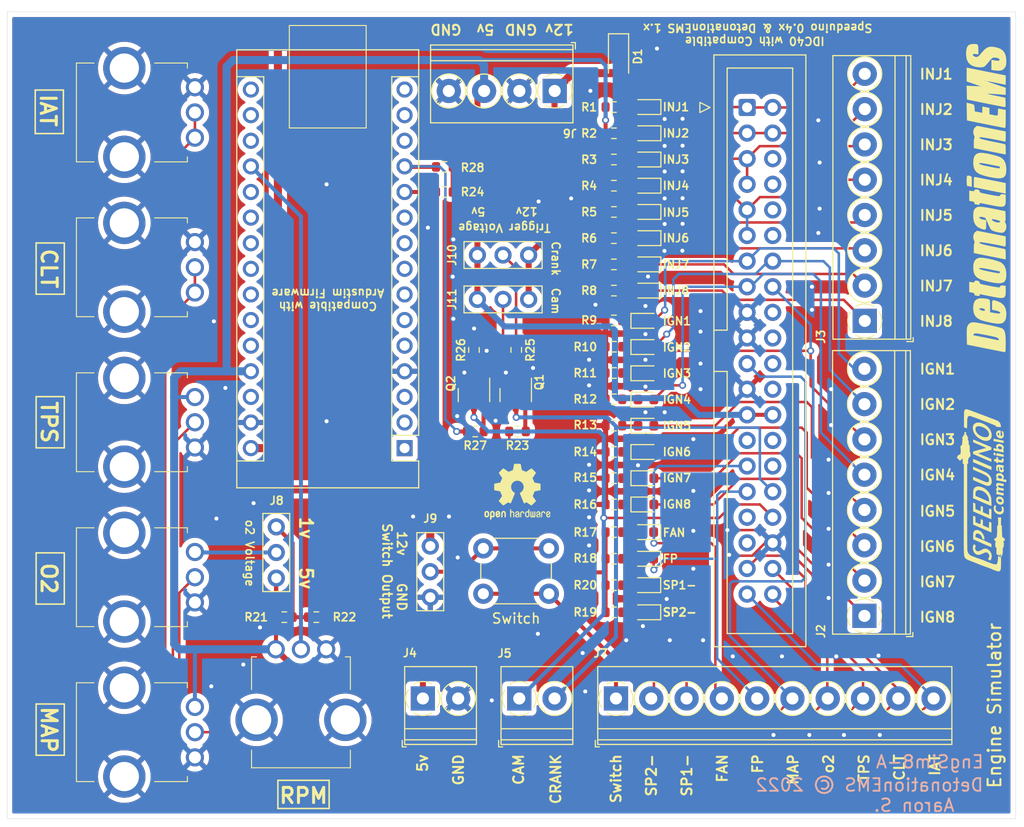
<source format=kicad_pcb>
(kicad_pcb (version 20211014) (generator pcbnew)
  (layers (0 "F.Cu" signal "Front") (31 "B.Cu" signal "Back") (34 "B.Paste" user) (35 "F.Paste" user) (36 "B.SilkS" user "B.Silkscreen") (37 "F.SilkS" user "F.Silkscreen") (38 "B.Mask" user) (39 "F.Mask" user) (44 "Edge.Cuts" user))
  (net 0 "")
  (net 1 "o2-Voltage")
  (net 2 "+5V")
  (net 3 "INJ1")
  (net 4 "IGN2")
  (net 5 "CAM")
  (net 6 "TPS")
  (net 7 "IAT")
  (net 8 "IGN4")
  (net 9 "INJ4")
  (net 10 "INJ3")
  (net 11 "INJ2")
  (net 12 "IGN3")
  (net 13 "CRANK")
  (net 14 "o2")
  (net 15 "CLT")
  (net 16 "MAP")
  (net 17 "IGN1")
  (net 18 "MC-A0")
  (net 19 "GND")
  (net 20 "Net-(LED1-Pad2)")
  (net 21 "Net-(LED2-Pad2)")
  (net 22 "Net-(LED3-Pad2)")
  (net 23 "Net-(LED4-Pad2)")
  (net 24 "Net-(LED5-Pad2)")
  (net 25 "Net-(LED6-Pad2)")
  (net 26 "Net-(LED7-Pad2)")
  (net 27 "Net-(LED8-Pad2)")
  (net 28 "Net-(LED9-Pad1)")
  (net 29 "Net-(LED10-Pad1)")
  (net 50 "MC-D0")
  (net 53 "FLEX")
  (net 54 "FAN")
  (net 55 "FP")
  (net 56 "TACH")
  (net 57 "CLUTCH")
  (net 58 "VVT")
  (net 59 "IDLE")
  (net 60 "IDLE2")
  (net 61 "BOOST")
  (net 62 "1B")
  (net 63 "1A")
  (net 64 "2A")
  (net 65 "2B")
  (net 66 "VR1-")
  (net 67 "VR2-")
  (net 68 "INJ8")
  (net 69 "INJ7")
  (net 70 "CAM-OUT")
  (net 71 "CRANK-OUT")
  (net 72 "SP1-")
  (net 73 "SP2-")
  (net 74 "Net-(Q1-Pad1)")
  (net 75 "Net-(Q2-Pad1)")
  (net 76 "INJ6")
  (net 77 "INJ5")
  (net 78 "IGN8")
  (net 79 "IGN7")
  (net 80 "IGN6")
  (net 81 "IGN5")
  (net 82 "Net-(LED11-Pad1)")
  (net 83 "+12V")
  (net 84 "Net-(J8-Pad3)")
  (net 85 "Net-(LED12-Pad1)")
  (net 86 "Net-(LED13-Pad1)")
  (net 87 "Net-(LED14-Pad1)")
  (net 88 "Net-(LED15-Pad1)")
  (net 89 "Net-(LED16-Pad1)")
  (net 90 "Net-(LED17-Pad2)")
  (net 91 "Net-(LED18-Pad2)")
  (net 92 "Net-(LED19-Pad2)")
  (net 93 "Net-(LED20-Pad2)")
  (net 94 "+BATT")
  (net 95 "SWITCH")
  (net 96 "SWITCH-Select")
  (net 97 "Net-(J10-Pad2)")
  (net 98 "Net-(J11-Pad2)")
  (footprint "Resistor_SMD:R_0603_1608Metric" (layer "F.Cu") (at 112.395 125.857)
    (fp_text reference "R21")
    (fp_text value "470" hide)
  )
  (footprint "Resistor_SMD:R_0603_1608Metric" (layer "F.Cu") (at 115.57 125.857)
    (fp_text reference "R22")
    (fp_text value "100" hide)
  )
  (footprint "MyLibs:RV09AF4020KB10K" (layer "F.Cu") (at 103.5304 139.8016 90)
    (fp_text reference "POT1" hide)
    (fp_text value "IAT" hide)
  )
  (footprint "MyLibs:RV09AF4020KB10K" (layer "F.Cu") (at 103.5304 124.4346 90)
    (fp_text reference "POT2" hide)
    (fp_text value "CLT" hide)
  )
  (footprint "MyLibs:RV09AF4020KB10K" (layer "F.Cu") (at 103.5304 93.7006 90)
    (fp_text reference "POT4" hide)
    (fp_text value "TPS" hide)
  )
  (footprint "MyLibs:RV09AF4020KB10K" (layer "F.Cu") (at 103.5304 109.0676 90)
    (fp_text reference "POT3" hide)
    (fp_text value "MAP/SP1" hide)
  )
  (footprint "MyLibs:RV09AF4020KB10K" (layer "F.Cu") (at 103.5304 78.3444 90)
    (fp_text reference "POT5" hide)
    (fp_text value "o2" hide)
  )
  (footprint "MyLibs:RV09AF4020KB10K" (layer "F.Cu") (at 116.586 129.0424 180)
    (fp_text reference "POT6" hide)
    (fp_text value "RPM" hide)
  )
  (footprint "LED_SMD:LED_0603_1608Metric" (layer "F.Cu") (at 148.256667 75.27 180)
    (fp_text reference "LED1" hide)
    (fp_text value "INJ1")
  )
  (footprint "LED_SMD:LED_0603_1608Metric" (layer "F.Cu") (at 148.256667 77.870285 180)
    (fp_text reference "LED2" hide)
    (fp_text value "INJ2")
  )
  (footprint "LED_SMD:LED_0603_1608Metric" (layer "F.Cu") (at 148.256667 80.47057 180)
    (fp_text reference "LED3" hide)
    (fp_text value "INJ3")
  )
  (footprint "LED_SMD:LED_0603_1608Metric" (layer "F.Cu") (at 148.256667 83.070855 180)
    (fp_text reference "LED4" hide)
    (fp_text value "INJ4")
  )
  (footprint "LED_SMD:LED_0603_1608Metric" (layer "F.Cu") (at 148.256667 96.4692)
    (fp_text reference "LED9" hide)
    (fp_text value "IGN1")
  )
  (footprint "LED_SMD:LED_0603_1608Metric" (layer "F.Cu") (at 148.256667 99.070885)
    (fp_text reference "LED10" hide)
    (fp_text value "IGN2")
  )
  (footprint "LED_SMD:LED_0603_1608Metric" (layer "F.Cu") (at 148.256667 101.67257)
    (fp_text reference "LED11" hide)
    (fp_text value "IGN3")
  )
  (footprint "LED_SMD:LED_0603_1608Metric" (layer "F.Cu") (at 148.256667 104.274255)
    (fp_text reference "LED12" hide)
    (fp_text value "IGN4")
  )
  (footprint "LED_SMD:LED_0603_1608Metric" (layer "F.Cu") (at 148.2345 117.4242 180)
    (fp_text reference "LED17" hide)
    (fp_text value "FAN")
  )
  (footprint "LED_SMD:LED_0603_1608Metric" (layer "F.Cu") (at 148.2345 120.0658 180)
    (fp_text reference "LED18" hide)
    (fp_text value "FP")
  )
  (footprint "Resistor_SMD:R_0603_1608Metric" (layer "F.Cu") (at 145.081667 75.27)
    (fp_text reference "R1")
    (fp_text value "470" hide)
  )
  (footprint "Resistor_SMD:R_0603_1608Metric" (layer "F.Cu") (at 145.081667 77.870285)
    (fp_text reference "R2")
    (fp_text value "470" hide)
  )
  (footprint "Resistor_SMD:R_0603_1608Metric" (layer "F.Cu") (at 145.081667 80.47057)
    (fp_text reference "R3")
    (fp_text value "470" hide)
  )
  (footprint "Resistor_SMD:R_0603_1608Metric" (layer "F.Cu") (at 145.081667 83.070855)
    (fp_text reference "R4")
    (fp_text value "470" hide)
  )
  (footprint "Resistor_SMD:R_0603_1608Metric" (layer "F.Cu") (at 145.081667 96.4292)
    (fp_text reference "R9")
    (fp_text value "470" hide)
  )
  (footprint "Resistor_SMD:R_0603_1608Metric" (layer "F.Cu") (at 145.081667 99.0366)
    (fp_text reference "R10")
    (fp_text value "470" hide)
  )
  (footprint "Resistor_SMD:R_0603_1608Metric" (layer "F.Cu") (at 145.081667 101.644)
    (fp_text reference "R11")
    (fp_text value "470" hide)
  )
  (footprint "Resistor_SMD:R_0603_1608Metric" (layer "F.Cu") (at 145.081667 104.2514)
    (fp_text reference "R12")
    (fp_text value "470" hide)
  )
  (footprint "Resistor_SMD:R_0603_1608Metric" (layer "F.Cu") (at 145.081667 117.4242)
    (fp_text reference "R17")
    (fp_text value "470" hide)
  )
  (footprint "Resistor_SMD:R_0603_1608Metric" (layer "F.Cu") (at 145.081667 120.0658)
    (fp_text reference "R18")
    (fp_text value "470" hide)
  )
  (footprint "Module:Arduino_Nano" (layer "F.Cu") (at 124.323 109.093 180)
    (fp_text reference "A1" hide)
    (fp_text value "Arduino_Nano_v3.x" hide)
  )
  (footprint "Connector_Automotive:IDC-Header_2x20_P2.54mm_Vertical_Speeduino" (layer "F.Cu") (at 158.289667 75.311)
    (fp_text reference "J1" hide)
    (fp_text value "Conn_02x20_Counter_Clockwise" hide)
  )
  (footprint "Detonation:3-PinSwitch" (layer "F.Cu") (at 111.60125 121.983501 180)
    (fp_text reference "J8")
    (fp_text value "Conn_01x03" hide)
  )
  (footprint "Detonation-Logos:DetonationEMS-30mm" (layer "F.Cu") (at 182.000071 84.328 90)
    (fp_text reference "G1" hide)
    (fp_text value "Logo_Open_Hardware_Small" hide)
  )
  (footprint "Detonation-Logos:SpeeduinoCompatible-17mm" (layer "F.Cu") (at 181.483 113.284 90)
    (fp_text reference "G2" hide)
    (fp_text value "Logo_Open_Hardware_Small" hide)
  )
  (footprint "Symbol:OSHW-Logo2_7.3x6mm_SilkScreen" (layer "F.Cu") (at 135.509 113.411)
    (fp_text reference "G3" hide)
    (fp_text value "Logo_Open_Hardware_Small" hide)
  )
  (footprint "Resistor_SMD:R_0603_1608Metric" (layer "F.Cu") (at 145.081667 90.87171)
    (fp_text reference "R7")
    (fp_text value "470")
  )
  (footprint "Button_Switch_THT:SW_PUSH_6mm_H9.5mm" (layer "F.Cu") (at 138.632 123.535 180)
    (fp_text reference "SW1" hide)
    (fp_text value "Switch")
  )
  (footprint "LED_SMD:LED_0603_1608Metric" (layer "F.Cu") (at 148.2345 125.3744 180)
    (fp_text reference "LED19" hide)
    (fp_text value "SP2-")
  )
  (footprint "Resistor_SMD:R_0603_1608Metric" (layer "F.Cu") (at 145.081667 85.67114)
    (fp_text reference "R5")
    (fp_text value "470")
  )
  (footprint "TerminalBlock_Phoenix:TerminalBlock_Phoenix_PT-1,5-4-3.5-H_1x04_P3.50mm_Horizontal" (layer "F.Cu") (at 139.2096 73.6742 180)
    (fp_text reference "J6")
    (fp_text value "Conn_01x04" hide)
  )
  (footprint "Resistor_SMD:R_0603_1608Metric" (layer "F.Cu") (at 145.081667 112.0736)
    (fp_text reference "R15")
    (fp_text value "470")
  )
  (footprint "Resistor_SMD:R_0603_1608Metric" (layer "F.Cu") (at 145.081667 106.8588)
    (fp_text reference "R13")
    (fp_text value "470")
  )
  (footprint "LED_SMD:LED_0603_1608Metric" (layer "F.Cu") (at 148.256667 85.67114 180)
    (fp_text reference "LED5" hide)
    (fp_text value "INJ5")
  )
  (footprint "Resistor_SMD:R_0603_1608Metric" (layer "F.Cu") (at 135.3952 99.3526 -90)
    (fp_text reference "R25")
    (fp_text value "10k" hide)
  )
  (footprint "Detonation:3-PinSwitch" (layer "F.Cu") (at 136.6266 89.9443 -90)
    (fp_text reference "J10")
    (fp_text value "Crank Trigger Voltage" hide)
  )
  (footprint "LED_SMD:LED_0603_1608Metric" (layer "F.Cu") (at 148.2345 122.682 180)
    (fp_text reference "LED20" hide)
    (fp_text value "SP1-")
  )
  (footprint "Diode_SMD:D_SOD-123" (layer "F.Cu") (at 145.542 70.2564 -90)
    (fp_text reference "D1")
    (fp_text value "SS34")
  )
  (footprint "Resistor_SMD:R_0603_1608Metric" (layer "F.Cu") (at 145.081667 109.4662)
    (fp_text reference "R14")
    (fp_text value "470")
  )
  (footprint "LED_SMD:LED_0603_1608Metric" (layer "F.Cu") (at 148.256667 106.87594)
    (fp_text reference "LED13" hide)
    (fp_text value "IGN5")
  )
  (footprint "LED_SMD:LED_0603_1608Metric" (layer "F.Cu") (at 148.256667 114.681)
    (fp_text reference "LED16" hide)
    (fp_text value locked "IGN8")
  )
  (footprint "TerminalBlock_Phoenix:TerminalBlock_Phoenix_PT-1,5-8-3.5-H_1x08_P3.50mm_Horizontal" (layer "F.Cu") (at 169.926 125.73 90)
    (fp_text reference "J2")
    (fp_text value "Conn_01x08")
  )
  (footprint "LED_SMD:LED_0603_1608Metric" (layer "F.Cu") (at 148.256667 88.271425 180)
    (fp_text reference "LED6" hide)
    (fp_text value "INJ6")
  )
  (footprint "Resistor_SMD:R_0603_1608Metric" (layer "F.Cu") (at 145.081667 88.271425)
    (fp_text reference "R6")
    (fp_text value "470")
  )
  (footprint "Resistor_SMD:R_0603_1608Metric" (layer "F.Cu") (at 145.081667 114.681)
    (fp_text reference locked "R16")
    (fp_text value "470")
  )
  (footprint "LED_SMD:LED_0603_1608Metric" (layer "F.Cu") (at 148.256667 90.87171 180)
    (fp_text reference "LED7" hide)
    (fp_text value "INJ7")
  )
  (footprint "LED_SMD:LED_0603_1608Metric" (layer "F.Cu") (at 148.256667 109.477625)
    (fp_text reference "LED14" hide)
    (fp_text value "IGN6")
  )
  (footprint "Resistor_SMD:R_0603_1608Metric" (layer "F.Cu") (at 135.5222 107.442 180)
    (fp_text reference "R23")
    (fp_text value "470" hide)
  )
  (footprint "Resistor_SMD:R_0603_1608Metric" (layer "F.Cu") (at 131.2042 99.3526 -90)
    (fp_text reference "R26")
    (fp_text value "10k" hide)
  )
  (footprint "Resistor_SMD:R_0603_1608Metric" (layer "F.Cu") (at 145.081667 125.3744)
    (fp_text reference "R19")
    (fp_text value "470")
  )
  (footprint "Resistor_SMD:R_0603_1608Metric" (layer "F.Cu") (at 128.27 83.693 180)
    (fp_text reference "R24")
    (fp_text value "10k" hide)
  )
  (footprint "TerminalBlock_Phoenix:TerminalBlock_Phoenix_PT-1,5-8-3.5-H_1x08_P3.50mm_Horizontal" (layer "F.Cu") (at 169.959467 96.4764 90)
    (fp_text reference "J3")
    (fp_text value "Conn_01x08" hide)
  )
  (footprint "Detonation:3-PinSwitch" (layer "F.Cu") (at 136.6266 94.34485 -90)
    (fp_text reference "J11")
    (fp_text value "Cam Trigger Voltage" hide)
  )
  (footprint "LED_SMD:LED_0603_1608Metric" (layer "F.Cu") (at 148.256667 93.472 180)
    (fp_text reference "LED8" hide)
    (fp_text value "INJ8")
  )
  (footprint "TerminalBlock_Phoenix:TerminalBlock_Phoenix_PT-1,5-2-3.5-H_1x02_P3.50mm_Horizontal" (layer "F.Cu") (at 135.6972 133.92)
    (fp_text reference "J5")
    (fp_text value "Conn_01x04")
  )
  (footprint "Resistor_SMD:R_0603_1608Metric" (layer "F.Cu") (at 145.081667 93.472)
    (fp_text reference "R8")
    (fp_text value "470")
  )
  (footprint "LED_SMD:LED_0603_1608Metric" (layer "F.Cu") (at 148.256667 112.07931)
    (fp_text reference "LED15" hide)
    (fp_text value "IGN7")
  )
  (footprint "Resistor_SMD:R_0603_1608Metric" (layer "F.Cu") (at 145.081667 122.682)
    (fp_text reference "R20")
    (fp_text value "470")
  )
  (footprint "Package_TO_SOT_SMD:SOT-23" (layer "F.Cu") (at 131.2042 103.83355 -90)
    (fp_text reference "Q2")
    (fp_text value "AO3400A" hide)
  )
  (footprint "Resistor_SMD:R_0603_1608Metric" (layer "F.Cu") (at 131.3312 107.442 180)
    (fp_text reference "R27")
    (fp_text value "470" hide)
  )
  (footprint "Detonation:3-PinSwitch" (layer "F.Cu") (at 126.873 118.8085)
    (fp_text reference "J9")
    (fp_text value "Conn_01x03")
  )
  (footprint "Resistor_SMD:R_0603_1608Metric" (layer "F.Cu") (at 128.27 81.2038 180)
    (fp_text reference "R28")
    (fp_text value "10k" hide)
  )
  (footprint "TerminalBlock_Phoenix:TerminalBlock_Phoenix_PT-1,5-10-3.5-H_1x10_P3.50mm_Horizontal" (layer "F.Cu") (at 145.288 133.92)
    (fp_text reference "J7")
    (fp_text value "Conn_01x10")
  )
  (footprint "TerminalBlock_Phoenix:TerminalBlock_Phoenix_PT-1,5-2-3.5-H_1x02_P3.50mm_Horizontal" (layer "F.Cu") (at 126.139 133.92)
    (fp_text reference "J4")
    (fp_text value "Conn_01x04")
  )
  (footprint "Package_TO_SOT_SMD:SOT-23" (layer "F.Cu") (at 135.3444 103.83355 -90)
    (fp_text reference "Q1")
    (fp_text value "AO3400A" hide)
  )
  (gr_line (start 90.485233 73.5819) (end 90.485233 74.0899) (layer "F.SilkS") (width 0.1524))
  (gr_line (start 90.5764 134.9756) (end 90.5764 138.7856) (layer "F.SilkS") (width 0.1524))
  (gr_line (start 90.5764 139.5476) (end 87.7824 139.5476) (layer "F.SilkS") (width 0.1524))
  (gr_line (start 87.7824 134.4676) (end 90.5764 134.4676) (layer "F.SilkS") (width 0.1524))
  (gr_line (start 87.7824 138.7856) (end 87.7824 134.4676) (layer "F.SilkS") (width 0.1524))
  (gr_line (start 90.5764 134.4676) (end 90.5764 134.9756) (layer "F.SilkS") (width 0.1524))
  (gr_line (start 87.7824 139.5476) (end 87.7824 138.7856) (layer "F.SilkS") (width 0.1524))
  (gr_line (start 90.5764 139.5476) (end 90.5764 138.7856) (layer "F.SilkS") (width 0.1524))
  (gr_line (start 90.5764 89.2556) (end 90.5764 93.0656) (layer "F.SilkS") (width 0.1524))
  (gr_line (start 90.5764 88.7476) (end 90.5764 89.2556) (layer "F.SilkS") (width 0.1524))
  (gr_line (start 90.5764 93.8276) (end 90.5764 93.0656) (layer "F.SilkS") (width 0.1524))
  (gr_line (start 90.5764 93.8276) (end 87.7824 93.8276) (layer "F.SilkS") (width 0.1524))
  (gr_line (start 87.7824 93.8276) (end 87.7824 88.7476) (layer "F.SilkS") (width 0.1524))
  (gr_line (start 87.7824 88.7476) (end 90.5764 88.7476) (layer "F.SilkS") (width 0.1524))
  (gr_line (start 112.268 142.0368) (end 116.078 142.0368) (layer "F.SilkS") (width 0.1524))
  (gr_line (start 111.76 142.0368) (end 112.268 142.0368) (layer "F.SilkS") (width 0.1524))
  (gr_line (start 116.84 144.8308) (end 116.078 144.8308) (layer "F.SilkS") (width 0.1524))
  (gr_line (start 116.84 142.0368) (end 116.078 142.0368) (layer "F.SilkS") (width 0.1524))
  (gr_line (start 116.078 144.8308) (end 111.76 144.8308) (layer "F.SilkS") (width 0.1524))
  (gr_line (start 111.76 144.8308) (end 111.76 142.0368) (layer "F.SilkS") (width 0.1524))
  (gr_line (start 90.5764 104.4956) (end 90.5764 108.3056) (layer "F.SilkS") (width 0.1524))
  (gr_line (start 90.5764 124.5616) (end 87.7824 124.5616) (layer "F.SilkS") (width 0.1524))
  (gr_line (start 90.485233 74.0899) (end 90.485233 77.8999) (layer "F.SilkS") (width 0.1524))
  (gr_line (start 90.5764 119.4816) (end 90.5764 119.9896) (layer "F.SilkS") (width 0.1524))
  (gr_line (start 87.7824 124.5616) (end 87.7824 119.4816) (layer "F.SilkS") (width 0.1524))
  (gr_line (start 116.84 142.0368) (end 116.84 144.8308) (layer "F.SilkS") (width 0.1524))
  (gr_line (start 87.7824 119.4816) (end 90.5764 119.4816) (layer "F.SilkS") (width 0.1524))
  (gr_line (start 87.7824 103.9876) (end 90.5764 103.9876) (layer "F.SilkS") (width 0.1524))
  (gr_line (start 87.7824 109.0676) (end 87.7824 103.9876) (layer "F.SilkS") (width 0.1524))
  (gr_line (start 87.691233 77.8999) (end 87.691233 73.5819) (layer "F.SilkS") (width 0.1524))
  (gr_line (start 90.5764 109.0676) (end 90.5764 108.3056) (layer "F.SilkS") (width 0.1524))
  (gr_line (start 90.5764 109.0676) (end 87.7824 109.0676) (layer "F.SilkS") (width 0.1524))
  (gr_line (start 87.691233 73.5819) (end 90.485233 73.5819) (layer "F.SilkS") (width 0.1524))
  (gr_line (start 90.5764 124.5616) (end 90.5764 123.7996) (layer "F.SilkS") (width 0.1524))
  (gr_line (start 90.5764 119.9896) (end 90.5764 123.7996) (layer "F.SilkS") (width 0.1524))
  (gr_line (start 90.5764 103.9876) (end 90.5764 104.4956) (layer "F.SilkS") (width 0.1524))
  (gr_line (start 90.485233 77.8999) (end 87.691233 77.8999) (layer "F.SilkS") (width 0.1524))
  (gr_line (start 184.912 145.835) (end 184.912 65.835) (layer "Edge.Cuts") (width 0.0381))
  (gr_line (start 184.912 65.835) (end 84.9122 65.835) (layer "Edge.Cuts") (width 0.0381))
  (gr_line (start 84.9122 65.835) (end 84.9122 145.835) (layer "Edge.Cuts") (width 0.0381))
  (gr_line (start 84.9122 145.835) (end 184.912 145.835) (layer "Edge.Cuts") (width 0.0381))
  (gr_text "DetonationEMS © 2022 \n   Aaron S." (at 181.820381 143.51) (layer "B.SilkS") (effects (font (size 1.25 1.25) (thickness 0.18)) (justify left mirror)))
  (gr_text "EngSim8-A" (at 176.403 140.208) (layer "B.SilkS") (effects (font (size 1.25 1.25) (thickness 0.18)) (justify mirror)))
  (gr_text "IGN1" (at 177.165 101.255284) (layer "F.SilkS") (effects (font (size 1 1) (thickness 0.2))))
  (gr_text "INJ4" (at 177.045952 82.513713) (layer "F.SilkS") (effects (font (size 1 1) (thickness 0.2))))
  (gr_text "IGN4" (at 177.165 111.76) (layer "F.SilkS") (effects (font (size 1 1) (thickness 0.2))))
  (gr_text "CRANK" (at 139.319 141.922381 90) (layer "F.SilkS") (effects (font (size 1 1) (thickness 0.2))))
  (gr_text "CLT" (at 173.397328 140.755715 90) (layer "F.SilkS") (effects (font (size 1 1) (thickness 0.2))))
  (gr_text "FP" (at 159.342664 140.398572 90) (layer "F.SilkS") (effects (font (size 1 1) (thickness 0.2))))
  (gr_text "5v  GND " (at 129.667 67.564 180) (layer "F.SilkS") (effects (font (size 1 1) (thickness 0.2))))
  (gr_text "O2" (at 89.0524 122.0216 270) (layer "F.SilkS") (effects (font (size 1.5 1.5) (thickness 0.3))))
  (gr_text "RPM" (at 114.3 143.5608) (layer "F.SilkS") (effects (font (size 1.5 1.5) (thickness 0.3))))
  (gr_text "o2" (at 166.369996 140.398572 90) (layer "F.SilkS") (effects (font (size 1 1) (thickness 0.2))))
  (gr_text "MAP" (at 162.85633 140.97 90) (layer "F.SilkS") (effects (font (size 1 1) (thickness 0.2))))
  (gr_text "SP2-" (at 148.801666 141.541429 90) (layer "F.SilkS") (effects (font (size 1 1) (thickness 0.2))))
  (gr_text "INJ1" (at 177.045952 72.009) (layer "F.SilkS") (effects (font (size 1 1) (thickness 0.2))))
  (gr_text "IGN7" (at 177.165 122.355426) (layer "F.SilkS") (effects (font (size 1 1) (thickness 0.2))))
  (gr_text "12v     5v" (at 134.2136 85.6263 180) (layer "F.SilkS") (effects (font (size 0.8 0.8) (thickness 0.16))))
  (gr_text "IGN5" (at 177.165 115.352284) (layer "F.SilkS") (effects (font (size 1 1) (thickness 0.2))))
  (gr_text "TPS" (at 169.883662 140.827143 90) (layer "F.SilkS") (effects (font (size 1 1) (thickness 0.2))))
  (gr_text "INJ2" (at 177.045952 75.510571) (layer "F.SilkS") (effects (font (size 1 1) (thickness 0.2))))
  (gr_text "SP1-" (at 152.315332 141.541429 90) (layer "F.SilkS") (effects (font (size 1 1) (thickness 0.2))))
  (gr_text "12v GND" (at 137.668 67.564 180) (layer "F.SilkS") (effects (font (size 1 1.05) (thickness 0.2))))
  (gr_text "Switch" (at 145.288 141.874762 90) (layer "F.SilkS") (effects (font (size 1 1) (thickness 0.2))))
  (gr_text "INJ5" (at 177.045952 86.015287) (layer "F.SilkS") (effects (font (size 1 1) (thickness 0.2))))
  (gr_text "TPS" (at 89.0524 106.5276 270) (layer "F.SilkS") (effects (font (size 1.5 1.5) (thickness 0.3))))
  (gr_text "IGN3" (at 177.165 108.258426) (layer "F.SilkS") (effects (font (size 1 1) (thickness 0.2))))
  (gr_text "IDC40 with Compatible\nSpeeduino 0.4x & DetonationEMS 1.x " (at 159.042167 68.072 180) (layer "F.SilkS") (effects (font (size 0.8 0.8) (thickness 0.16))))
  (gr_text "CAM" (at 135.636 140.97 90) (layer "F.SilkS") (effects (font (size 1 1) (thickness 0.2))))
  (gr_text "5v" (at 126.111 140.327143 90) (layer "F.SilkS") (effects (font (size 1 1) (thickness 0.2))))
  (gr_text "GND" (at 129.667 140.99381 90) (layer "F.SilkS") (effects (font (size 1 1) (thickness 0.2))))
  (gr_text "IAT" (at 176.911 140.517619 90) (layer "F.SilkS") (effects (font (size 1 1) (thickness 0.2))))
  (gr_text "1v   5v" (at 114.554 119.507 270) (layer "F.SilkS") (effects (font (size 1.25 1.25) (thickness 0.25))))
  (gr_text "CLT" (at 89.0524 91.2876 270) (layer "F.SilkS") (effects (font (size 1.5 1.5) (thickness 0.3))))
  (gr_text "Trigger Voltage" (at 134.2136 87.249 180) (layer "F.SilkS") (effects (font (size 0.8 0.8) (thickness 0.16))))
  (gr_text "INJ8" (at 177.045952 96.52) (layer "F.SilkS") (effects (font (size 1 1) (thickness 0.2))))
  (gr_text "Engine Simulator" (at 182.830885 134.62 90) (layer "F.SilkS") (effects (font (size 1.27 1.27) (thickness 0.2))))
  (gr_text "o2 Voltage" (at 108.966 119.507 270) (layer "F.SilkS") (effects (font (size 0.8128 0.8128) (thickness 0.1524))))
  (gr_text "IGN2" (at 177.165 104.756855) (layer "F.SilkS") (effects (font (size 1 1) (thickness 0.2))))
  (gr_text "Compatible with\nArdustim Firmware" (at 116.713 94.361 180) (layer "F.SilkS") (effects (font (size 0.8 0.8) (thickness 0.16))))
  (gr_text "IAT" (at 88.961233 75.6139 270) (layer "F.SilkS") (effects (font (size 1.5 1.5) (thickness 0.3))))
  (gr_text "INJ3" (at 177.045952 79.012142) (layer "F.SilkS") (effects (font (size 1 1) (thickness 0.2))))
  (gr_text "IGN8" (at 177.165 125.857) (layer "F.SilkS") (effects (font (size 1 1) (thickness 0.2))))
  (gr_text "INJ6" (at 177.045952 89.516858) (layer "F.SilkS") (effects (font (size 1 1) (thickness 0.2))))
  (gr_text "12v    GND\nSwitch Output" (at 123.317 121.285 270) (layer "F.SilkS") (effects (font (size 0.9 0.9) (thickness 0.18))))
  (gr_text "MAP" (at 89.0524 137.0076 270) (layer "F.SilkS") (effects (font (size 1.5 1.5) (thickness 0.3))))
  (gr_text "INJ7" (at 177.045952 93.018429) (layer "F.SilkS") (effects (font (size 1 1) (thickness 0.2))))
  (gr_text "FAN" (at 155.828998 140.850953 90) (layer "F.SilkS") (effects (font (size 1 1) (thickness 0.2))))
  (gr_text "Crank  Cam" (at 139.319 92.202 270) (layer "F.SilkS") (effects (font (size 0.8 0.8) (thickness 0.16))))
  (gr_text "IGN6" (at 177.165 118.853855) (layer "F.SilkS") (effects (font (size 1 1) (thickness 0.2))))
  (segment (start 111.60125 119.443501) (end 103.579301 119.443501) (width 0.4) (layer "B.Cu") (net 1))
  (segment (start 131.445 121.412) (end 129.667 123.19) (width 0.4) (layer "F.Cu") (net 2))
  (segment (start 144.256667 120.0658) (end 144.256667 117.4242) (width 0.4) (layer "F.Cu") (net 2))
  (segment (start 111.57 123.254) (end 111.60125 123.22275) (width 0.4) (layer "F.Cu") (net 2))
  (segment (start 144.256667 76.570933) (end 144.256667 77.866) (width 0.4) (layer "F.Cu") (net 2))
  (segment (start 144.256667 83.058) (end 144.256667 85.67114) (width 0.4) (layer "F.Cu") (net 2))
  (segment (start 125.349 130.81) (end 113.3136 130.81) (width 0.6) (layer "F.Cu") (net 2))
  (segment (start 131.5466 89.9443) (end 131.5466 94.34485) (width 0.6) (layer "F.Cu") (net 2))
  (segment (start 125.349 130.81) (end 126.139 131.6) (width 0.6) (layer "F.Cu") (net 2))
  (segment (start 144.256667 77.866) (end 144.256667 80.462) (width 0.4) (layer "F.Cu") (net 2))
  (segment (start 129.095 81.2038) (end 129.095 83.693) (width 0.4) (layer "F.Cu") (net 2))
  (segment (start 144.256667 83.058) (end 144.256667 80.462) (width 0.4) (layer "F.Cu") (net 2))
  (segment (start 144.256667 121.300333) (end 144.256667 120.0658) (width 0.4) (layer "F.Cu") (net 2))
  (segment (start 126.139 131.5085) (end 126.139 131.6) (width 0.4) (layer "F.Cu") (net 2))
  (segment (start 129.667 123.19) (end 129.667 127.9805) (width 0.4) (layer "F.Cu") (net 2))
  (segment (start 131.5466 89.9443) (end 131.5466 81.153) (width 0.6) (layer "F.Cu") (net 2))
  (segment (start 144.145 121.412) (end 131.445 121.412) (width 0.4) (layer "F.Cu") (net 2))
  (segment (start 131.5466 81.153) (end 129.1458 81.153) (width 0.6) (layer "F.Cu") (net 2))
  (segment (start 144.256667 90.87171) (end 144.256667 93.472) (width 0.4) (layer "F.Cu") (net 2))
  (segment (start 144.256667 88.271425) (end 144.256667 90.87171) (width 0.4) (layer "F.Cu") (net 2))
  (segment (start 111.60125 123.22275) (end 111.60125 121.983501) (width 0.4) (layer "F.Cu") (net 2))
  (segment (start 111.57 123.254) (end 111.57 122.649751) (width 0.4) (layer "F.Cu") (net 2))
  (segment (start 158.289667 105.791) (end 160.829667 105.791) (width 0.4) (layer "F.Cu") (net 2))
  (segment (start 144.256667 122.682) (end 144.256667 121.300333) (width 0.4) (layer "F.Cu") (net 2))
  (segment (start 144.256667 125.3744) (end 144.256667 122.682) (width 0.4) (layer "F.Cu") (net 2))
  (segment (start 144.256667 85.67114) (end 144.256667 88.271425) (width 0.4) (layer "F.Cu") (net 2))
  (segment (start 131.5466 81.153) (end 131.5466 74.3372) (width 0.6) (layer "F.Cu") (net 2))
  (segment (start 111.57 125.857) (end 111.57 123.254) (width 0.4) (layer "F.Cu") (net 2))
  (segment (start 113.3136 130.81) (end 111.546 129.0424) (width 0.6) (layer "F.Cu") (net 2))
  (segment (start 129.667 127.9805) (end 126.139 131.5085) (width 0.4) (layer "F.Cu") (net 2))
  (segment (start 144.256667 121.300333) (end 144.145 121.412) (width 0.4) (layer "F.Cu") (net 2))
  (segment (start 144.256667 75.27) (end 144.256667 76.570933) (width 0.4) (layer "F.Cu") (net 2))
  (segment (start 131.5466 74.3372) (end 132.2096 73.6742) (width 0.6) (layer "F.Cu") (net 2))
  (segment (start 126.139 133.92) (end 126.139 131.6) (width 0.6) (layer "F.Cu") (net 2))
  (segment (start 111.57 125.857) (end 111.57 129.0184) (width 0.4) (layer "F.Cu") (net 2))
  (via (at 144.256667 76.570933) (size 0.7) (drill 0.4) (layers "F.Cu" "B.Cu") (net 2))
  (segment (start 101.473 102.108) (end 101.473 104.013) (width 0.8) (layer "B.Cu") (net 2))
  (segment (start 101.9914 129.0424) (end 111.546 129.0424) (width 0.8) (layer "B.Cu") (net 2))
  (segment (start 103.5304 104.0276) (end 101.4876 104.0276) (width 0.4) (layer "B.Cu") (net 2))
  (segment (start 106.68 71.247) (end 107.315 70.612) (width 0.8) (layer "B.Cu") (net 2))
  (segment (start 144.78 97.028) (end 134.22975 97.028) (width 0.6) (layer "B.Cu") (net 2))
  (segment (start 103.5304 129.0424) (end 103.5304 134.7216) (width 0.4) (layer "B.Cu") (net 2))
  (segment (start 101.4876 104.0276) (end 101.473 104.013) (width 0.4) (layer "B.Cu") (net 2))
  (segment (start 153.4922 105.791) (end 151.8412 104.14) (width 0.6) (layer "B.Cu") (net 2))
  (segment (start 107.315 70.612) (end 131.7244 70.612) (width 0.8) (layer "B.Cu") (net 2))
  (segment (start 145.415 104.14) (end 145.1864 103.9114) (width 0.6) (layer "B.Cu") (net 2))
  (segment (start 143.7132 70.612) (end 131.7244 70.612) (width 0.4) (layer "B.Cu") (net 2))
  (segment (start 151.8412 104.14) (end 145.415 104.14) (width 0.6) (layer "B.Cu") (net 2))
  (segment (start 145.1864 103.9114) (end 145.1864 97.4344) (width 0.6) (layer "B.Cu") (net 2))
  (segment (start 144.256667 71.155467) (end 143.7132 70.612) (width 0.4) (layer "B.Cu") (net 2))
  (segment (start 106.68 101.473) (end 106.68 71.247) (width 0.8) (layer "B.Cu") (net 2))
  (segment (start 158.289667 105.791) (end 153.4922 105.791) (width 0.6) (layer "B.Cu") (net 2))
  (segment (start 134.22975 97.028) (end 131.5466 94.34485) (width 0.6) (layer "B.Cu") (net 2))
  (segment (start 132.2096 73.6742) (end 132.2096 71.0972) (width 0.8) (layer "B.Cu") (net 2))
  (segment (start 101.473 104.013) (end 101.473 128.524) (width 0.8) (layer "B.Cu") (net 2))
  (segment (start 101.473 128.524) (end 101.9914 129.0424) (width 0.8) (layer "B.Cu") (net 2))
  (segment (start 106.68 101.473) (end 102.108 101.473) (width 0.8) (layer "B.Cu") (net 2))
  (segment (start 132.2096 71.0972) (end 131.7244 70.612) (width 0.8) (layer "B.Cu") (net 2))
  (segment (start 106.68 101.473) (end 109.083 101.473) (width 0.8) (layer "B.Cu") (net 2))
  (segment (start 144.256667 76.570933) (end 144.256667 71.155467) (width 0.4) (layer "B.Cu") (net 2))
  (segment (start 145.1864 97.4344) (end 144.78 97.028) (width 0.6) (layer "B.Cu") (net 2))
  (segment (start 102.108 101.473) (end 101.473 102.108) (width 0.8) (layer "B.Cu") (net 2))
  (segment (start 166.624867 75.311) (end 169.959467 71.9764) (width 0.25) (layer "F.Cu") (net 3))
  (segment (start 160.829667 75.311) (end 158.289667 75.311) (width 0.25) (layer "F.Cu") (net 3))
  (segment (start 149.044167 75.27) (end 158.248667 75.27) (width 0.25) (layer "F.Cu") (net 3))
  (segment (start 160.829667 75.311) (end 166.624867 75.311) (width 0.25) (layer "F.Cu") (net 3))
  (segment (start 150.3172 97.797852) (end 149.044167 99.070885) (width 0.25) (layer "F.Cu") (net 4))
  (segment (start 150.3172 97.79) (end 150.3172 97.797852) (width 0.25) (layer "F.Cu") (net 4))
  (via (at 150.3172 97.79) (size 0.7) (drill 0.4) (layers "F.Cu" "B.Cu") (net 4))
  (segment (start 166.497 91.186) (end 166.497 101.301) (width 0.25) (layer "B.Cu") (net 4))
  (segment (start 150.3172 97.79) (end 150.9776 97.1296) (width 0.25) (layer "B.Cu") (net 4))
  (segment (start 160.829667 90.551) (end 165.862 90.551) (width 0.25) (layer "B.Cu") (net 4))
  (segment (start 151.511 91.821) (end 159.131 91.821) (width 0.25) (layer "B.Cu") (net 4))
  (segment (start 150.9776 92.3544) (end 151.511 91.821) (width 0.25) (layer "B.Cu") (net 4))
  (segment (start 159.131 91.821) (end 160.401 90.551) (width 0.25) (layer "B.Cu") (net 4))
  (segment (start 150.9776 97.1296) (end 150.9776 92.3544) (width 0.25) (layer "B.Cu") (net 4))
  (segment (start 166.497 101.301) (end 169.926 104.73) (width 0.25) (layer "B.Cu") (net 4))
  (segment (start 165.862 90.551) (end 166.497 91.186) (width 0.25) (layer "B.Cu") (net 4))
  (segment (start 127.445 81.2038) (end 124.3738 81.2038) (width 0.4) (layer "F.Cu") (net 5))
  (segment (start 129.4892 107.442) (end 130.5062 107.442) (width 0.4) (layer "F.Cu") (net 5))
  (via (at 129.4892 107.442) (size 0.7) (drill 0.4) (layers "F.Cu" "B.Cu") (net 5))
  (segment (start 129.4892 107.3912) (end 129.4892 107.442) (width 0.25) (layer "B.Cu") (net 5))
  (segment (start 128.3716 106.2736) (end 129.4892 107.3912) (width 0.25) (layer "B.Cu") (net 5))
  (segment (start 128.3716 81.7372) (end 128.3716 106.2736) (width 0.25) (layer "B.Cu") (net 5))
  (segment (start 127.7874 81.153) (end 128.3716 81.7372) (width 0.25) (layer "B.Cu") (net 5))
  (segment (start 124.323 81.153) (end 127.7874 81.153) (width 0.25) (layer "B.Cu") (net 5))
  (segment (start 160.782 142.875) (end 169.737 133.92) (width 0.25) (layer "F.Cu") (net 6))
  (segment (start 162.941 123.19) (end 162.941 124.2695) (width 0.25) (layer "F.Cu") (net 6))
  (segment (start 101.346 108.712) (end 101.346 142.5575) (width 0.25) (layer "F.Cu") (net 6))
  (segment (start 101.346 142.5575) (end 101.6635 142.875) (width 0.25) (layer "F.Cu") (net 6))
  (segment (start 160.829667 121.078667) (end 162.941 123.19) (width 0.25) (layer "F.Cu") (net 6))
  (segment (start 103.5304 106.5276) (end 101.346 108.712) (width 0.25) (layer "F.Cu") (net 6))
  (segment (start 101.6635 142.875) (end 160.782 142.875) (width 0.25) (layer "F.Cu") (net 6))
  (segment (start 162.941 124.2695) (end 169.788 131.1165) (width 0.25) (layer "F.Cu") (net 6))
  (segment (start 169.788 131.1165) (end 169.788 133.92) (width 0.25) (layer "F.Cu") (net 6))
  (segment (start 100.55225 144.907) (end 165.862 144.907) (width 0.25) (layer "F.Cu") (net 7))
  (segment (start 165.862 144.907) (end 176.788 133.981) (width 0.25) (layer "F.Cu") (net 7))
  (segment (start 103.5304 75.8044) (end 103.5304 78.3044) (width 0.25) (layer "F.Cu") (net 7))
  (segment (start 103.5304 78.3044) (end 99.695 82.1398) (width 0.25) (layer "F.Cu") (net 7))
  (segment (start 99.695 144.04975) (end 100.55225 144.907) (width 0.25) (layer "F.Cu") (net 7))
  (segment (start 99.695 82.1398) (end 99.695 144.04975) (width 0.25) (layer "F.Cu") (net 7))
  (segment (start 173.482 130.556) (end 176.788 133.862) (width 0.25) (layer "B.Cu") (net 7))
  (segment (start 158.289667 123.571) (end 165.274667 130.556) (width 0.25) (layer "B.Cu") (net 7))
  (segment (start 165.274667 130.556) (end 173.482 130.556) (width 0.25) (layer "B.Cu") (net 7))
  (segment (start 150.448422 102.87) (end 151.892 102.87) (width 0.25) (layer "F.Cu") (net 8))
  (segment (start 149.044167 104.274255) (end 150.448422 102.87) (width 0.25) (layer "F.Cu") (net 8))
  (via (at 151.892 102.87) (size 0.7) (drill 0.4) (layers "F.Cu" "B.Cu") (net 8))
  (segment (start 165.608 107.554) (end 165.608 92.583) (width 0.25) (layer "B.Cu") (net 8))
  (segment (start 169.784 111.73) (end 165.608 107.554) (width 0.25) (layer "B.Cu") (net 8))
  (segment (start 151.892 93.599) (end 151.892 102.87) (width 0.25) (layer "B.Cu") (net 8))
  (segment (start 152.4 93.091) (end 151.892 93.599) (width 0.25) (layer "B.Cu") (net 8))
  (segment (start 159.893 91.821) (end 158.623 93.091) (width 0.25) (layer "B.Cu") (net 8))
  (segment (start 158.289667 93.091) (end 152.4 93.091) (width 0.25) (layer "B.Cu") (net 8))
  (segment (start 165.608 92.583) (end 164.846 91.821) (width 0.25) (layer "B.Cu") (net 8))
  (segment (start 164.846 91.821) (end 159.893 91.821) (width 0.25) (layer "B.Cu") (net 8))
  (segment (start 158.289667 85.471) (end 159.559667 84.201) (width 0.25) (layer "F.Cu") (net 9))
  (segment (start 149.044167 83.058) (end 155.876667 83.058) (width 0.25) (layer "F.Cu") (net 9))
  (segment (start 163.722667 82.4764) (end 161.998067 84.201) (width 0.25) (layer "F.Cu") (net 9))
  (segment (start 161.998067 84.201) (end 159.559667 84.201) (width 0.25) (layer "F.Cu") (net 9))
  (segment (start 169.959467 82.4764) (end 163.722667 82.4764) (width 0.25) (layer "F.Cu") (net 9))
  (segment (start 155.876667 83.058) (end 158.289667 85.471) (width 0.25) (layer "F.Cu") (net 9))
  (segment (start 158.289667 85.471) (end 158.289667 88.011) (width 0.25) (layer "B.Cu") (net 9))
  (segment (start 158.289667 80.391) (end 158.289667 82.931) (width 0.25) (layer "F.Cu") (net 10))
  (segment (start 169.789467 79.1464) (end 159.534267 79.1464) (width 0.25) (layer "F.Cu") (net 10))
  (segment (start 159.534267 79.1464) (end 158.289667 80.391) (width 0.25) (layer "F.Cu") (net 10))
  (segment (start 149.115167 80.391) (end 158.289667 80.391) (width 0.25) (layer "F.Cu") (net 10))
  (segment (start 149.059167 77.851) (end 158.289667 77.851) (width 0.25) (layer "F.Cu") (net 11))
  (segment (start 167.584867 77.851) (end 160.829667 77.851) (width 0.25) (layer "F.Cu") (net 11))
  (segment (start 169.959467 75.4764) (end 167.584867 77.851) (width 0.25) (layer "F.Cu") (net 11))
  (segment (start 160.829667 77.851) (end 158.289667 77.851) (width 0.25) (layer "F.Cu") (net 11))
  (segment (start 149.044167 101.653833) (end 151.257 99.441) (width 0.25) (layer "F.Cu") (net 12))
  (segment (start 151.257 99.441) (end 164.592 99.441) (width 0.25) (layer "F.Cu") (net 12))
  (segment (start 169.926 108.23) (end 164.592 102.896) (width 0.25) (layer "F.Cu") (net 12))
  (segment (start 164.592 102.896) (end 164.592 99.441) (width 0.25) (layer "F.Cu") (net 12))
  (via (at 164.592 99.441) (size 0.7) (drill 0.4) (layers "F.Cu" "B.Cu") (net 12))
  (segment (start 160.829667 93.091) (end 164.592 96.853333) (width 0.25) (layer "B.Cu") (net 12))
  (segment (start 164.592 96.853333) (end 164.592 99.441) (width 0.25) (layer "B.Cu") (net 12))
  (segment (start 130.2004 108.966) (end 129.8956 108.966) (width 0.25) (layer "F.Cu") (net 13))
  (segment (start 129.8956 108.966) (end 128.7272 108.966) (width 0.25) (layer "F.Cu") (net 13))
  (segment (start 127.9144 108.966) (end 127.4572 108.5088) (width 0.25) (layer "F.Cu") (net 13))
  (segment (start 130.2004 108.966) (end 128.7272 108.966) (width 0.25) (layer "F.Cu") (net 13))
  (segment (start 128.7272 108.966) (end 127.9144 108.966) (width 0.25) (layer "F.Cu") (net 13))
  (segment (start 134.6972 108.584) (end 134.3152 108.966) (width 0.25) (layer "F.Cu") (net 13))
  (segment (start 134.3152 108.966) (end 130.2004 108.966) (width 0.25) (layer "F.Cu") (net 13))
  (segment (start 127.4572 108.5088) (end 127.4572 83.7052) (width 0.25) (layer "F.Cu") (net 13))
  (segment (start 134.6972 107.442) (end 134.6972 108.584) (width 0.25) (layer "F.Cu") (net 13))
  (segment (start 127.445 83.693) (end 124.323 83.693) (width 0.4) (layer "F.Cu") (net 13))
  (segment (start 160.829667 123.872667) (end 166.243 129.286) (width 0.25) (layer "F.Cu") (net 14))
  (segment (start 101.981 141.732) (end 102.108 141.859) (width 0.25) (layer "F.Cu") (net 14))
  (segment (start 166.243 129.286) (end 166.243 133.875) (width 0.25) (layer "F.Cu") (net 14))
  (segment (start 158.369 141.859) (end 166.288 133.94) (width 0.25) (layer "F.Cu") (net 14))
  (segment (start 103.5304 121.8946) (end 101.981 123.444) (width 0.25) (layer "F.Cu") (net 14))
  (segment (start 102.108 141.859) (end 158.369 141.859) (width 0.25) (layer "F.Cu") (net 14))
  (segment (start 101.981 123.444) (end 101.981 141.732) (width 0.25) (layer "F.Cu") (net 14))
  (segment (start 159.512 119.761) (end 161.798 119.761) (width 0.25) (layer "F.Cu") (net 15))
  (segment (start 100.584 96.607) (end 100.584 143.256) (width 0.25) (layer "F.Cu") (net 15))
  (segment (start 103.5304 93.6606) (end 103.5304 91.1606) (width 0.25) (layer "F.Cu") (net 15))
  (segment (start 164.084 123.825) (end 173.288 133.029) (width 0.25) (layer "F.Cu") (net 15))
  (segment (start 101.219 143.891) (end 163.317 143.891) (width 0.25) (layer "F.Cu") (net 15))
  (segment (start 100.584 143.256) (end 101.219 143.891) (width 0.25) (layer "F.Cu") (net 15))
  (segment (start 164.084 122.047) (end 164.084 123.825) (width 0.25) (layer "F.Cu") (net 15))
  (segment (start 161.798 119.761) (end 164.084 122.047) (width 0.25) (layer "F.Cu") (net 15))
  (segment (start 163.317 143.891) (end 173.288 133.92) (width 0.25) (layer "F.Cu") (net 15))
  (segment (start 103.5304 93.6606) (end 100.584 96.607) (width 0.25) (layer "F.Cu") (net 15))
  (segment (start 158.289667 120.983333) (end 159.512 119.761) (width 0.25) (layer "F.Cu") (net 15))
  (segment (start 162.752 133.92) (end 155.956 140.716) (width 0.25) (layer "F.Cu") (net 16))
  (segment (start 109.093 140.716) (end 105.6386 137.2616) (width 0.25) (layer "F.Cu") (net 16))
  (segment (start 155.956 140.716) (end 109.093 140.716) (width 0.25) (layer "F.Cu") (net 16))
  (segment (start 105.6386 137.2616) (end 103.5304 137.2616) (width 0.25) (layer "F.Cu") (net 16))
  (segment (start 156.591 127.723) (end 162.788 133.92) (width 0.25) (layer "B.Cu") (net 16))
  (segment (start 164.084 102.489) (end 164.084 121.92) (width 0.25) (layer "B.Cu") (net 16))
  (segment (start 159.585067 102.0064) (end 163.6014 102.0064) (width 0.25) (layer "B.Cu") (net 16))
  (segment (start 163.6014 102.0064) (end 164.084 102.489) (width 0.25) (layer "B.Cu") (net 16))
  (segment (start 164.084 121.92) (end 163.703 122.301) (width 0.25) (layer "B.Cu") (net 16))
  (segment (start 156.845 122.301) (end 156.591 122.555) (width 0.25) (layer "B.Cu") (net 16))
  (segment (start 158.289667 100.711) (end 159.585067 102.0064) (width 0.25) (layer "B.Cu") (net 16))
  (segment (start 156.591 122.555) (end 156.591 127.723) (width 0.25) (layer "B.Cu") (net 16))
  (segment (start 163.703 122.301) (end 156.845 122.301) (width 0.25) (layer "B.Cu") (net 16))
  (segment (start 150.114 95.4024) (end 149.0472 96.4692) (width 0.25) (layer "F.Cu") (net 17))
  (via (at 150.114 95.4024) (size 0.7) (drill 0.4) (layers "F.Cu" "B.Cu") (net 17))
  (segment (start 150.114 95.4024) (end 150.1648 95.3516) (width 0.25) (layer "B.Cu") (net 17))
  (segment (start 159.559667 89.281) (end 166.878 89.281) (width 0.25) (layer "B.Cu") (net 17))
  (segment (start 167.386 99.695) (end 168.921 101.23) (width 0.25) (layer "B.Cu") (net 17))
  (segment (start 158.289667 90.551) (end 159.559667 89.281) (width 0.25) (layer "B.Cu") (net 17))
  (segment (start 150.1648 95.3516) (end 150.1648 91.0082) (width 0.25) (layer "B.Cu") (net 17))
  (segment (start 150.622 90.551) (end 158.289667 90.551) (width 0.25) (layer "B.Cu") (net 17))
  (segment (start 166.878 89.281) (end 167.386 89.789) (width 0.25) (layer "B.Cu") (net 17))
  (segment (start 167.386 89.789) (end 167.386 99.695) (width 0.25) (layer "B.Cu") (net 17))
  (segment (start 150.1648 91.0082) (end 150.622 90.551) (width 0.25) (layer "B.Cu") (net 17))
  (segment (start 114.046 129.0424) (end 114.046 86.116) (width 0.4) (layer "B.Cu") (net 18))
  (segment (start 114.046 86.116) (end 109.083 81.153) (width 0.4) (layer "B.Cu") (net 18))
  (segment (start 158.805598 119.761) (end 156.718 119.761) (width 0.25) (layer "F.Cu") (net 19))
  (segment (start 134.3944 101.6284) (end 134.366 101.6) (width 0.4) (layer "F.Cu") (net 19))
  (segment (start 130.2542 102.89605) (end 130.2542 101.603) (width 0.4) (layer "F.Cu") (net 19))
  (segment (start 130.2542 101.603) (end 130.2512 101.6) (width 0.4) (layer "F.Cu") (net 19))
  (segment (start 134.3944 102.89605) (end 134.3944 101.6284) (width 0.4) (layer "F.Cu") (net 19))
  (segment (start 156.718 117.221) (end 159.559667 117.221) (width 0.25) (layer "F.Cu") (net 19))
  (segment (start 160.075598 118.491) (end 158.805598 119.761) (width 0.25) (layer "F.Cu") (net 19))
  (segment (start 160.829667 118.491) (end 159.559667 117.221) (width 0.25) (layer "F.Cu") (net 19))
  (segment (start 160.829667 118.491) (end 160.075598 118.491) (width 0.25) (layer "F.Cu") (net 19))
  (via (at 166.37 120.65) (size 0.7) (drill 0.4) (layers "F.Cu" "B.Cu") (net 19))
  (via (at 152.9588 121.0564) (size 0.7) (drill 0.4) (layers "F.Cu" "B.Cu") (net 19))
  (via (at 151.892 79.10199) (size 0.7) (drill 0.4) (layers "F.Cu" "B.Cu") (net 19))
  (via (at 142.24 133.223) (size 0.7) (drill 0.4) (layers "F.Cu" "B.Cu") (net 19))
  (via (at 153.67 103.251) (size 0.7) (drill 0.4) (layers "F.Cu" "B.Cu") (net 19))
  (via (at 166.37 117.094) (size 0.7) (drill 0.4) (layers "F.Cu" "B.Cu") (net 19))
  (via (at 152.9588 108.204) (size 0.7) (drill 0.4) (layers "F.Cu" "B.Cu") (net 19))
  (via (at 150.114 86.868) (size 0.7) (drill 0.4) (layers "F.Cu" "B.Cu") (net 19))
  (via (at 131.2164 97.2312) (size 0.7) (drill 0.4) (layers "F.Cu" "B.Cu") (net 19))
  (via (at 137.541 127.508) (size 0.7) (drill 0.4) (layers "F.Cu" "B.Cu") (net 19))
  (via (at 153.924 128.143) (size 0.7) (drill 0.4) (layers "F.Cu" "B.Cu") (net 19))
  (via (at 166.37 113.538) (size 0.7) (drill 0.4) (layers "F.Cu" "B.Cu") (net 19))
  (via (at 164.465 137.541) (size 0.7) (drill 0.4) (layers "F.Cu" "B.Cu") (net 19))
  (via (at 140.843 84.328) (size 0.7) (drill 0.4) (layers "F.Cu" "B.Cu") (net 19))
  (via (at 160.909 137.541) (size 0.7) (drill 0.4) (layers "F.Cu" "B.Cu") (net 19))
  (via (at 165.354 76.581) (size 0.7) (drill 0.4) (layers "F.Cu" "B.Cu") (net 19))
  (via (at 166.37 123.952) (size 0.7) (drill 0.4) (layers "F.Cu" "B.Cu") (net 19))
  (via (at 150.114 79.121) (size 0.7) (drill 0.4) (layers "F.Cu" "B.Cu") (net 19))
  (via (at 164.719 93.091) (size 0.7) (drill 0.4) (layers "F.Cu" "B.Cu") (net 19))
  (via (at 164.719 95.377) (size 0.7) (drill 0.4) (layers "F.Cu" "B.Cu") (net 19))
  (via (at 151.892 84.30899) (size 0.7) (drill 0.4) (layers "F.Cu" "B.Cu") (net 19))
  (via (at 171.323 129.667) (size 0.7) (drill 0.4) (layers "F.Cu" "B.Cu") (net 19))
  (via (at 129.0961 92.09144) (size 0.7) (drill 0.4) (layers "F.Cu" "B.Cu") (net 19))
  (via (at 152.9588 113.3348) (size 0.7) (drill 0.4) (layers "F.Cu" "B.Cu") (net 19))
  (via (at 129.5908 119.9388) (size 0.7) (drill 0.4) (layers "F.Cu" "B.Cu") (net 19))
  (via (at 150.622 128.143) (size 0.7) (drill 0.4) (layers "F.Cu" "B.Cu") (net 19))
  (via (at 141.986 129.413) (size 0.7) (drill 0.4) (layers "F.Cu" "B.Cu") (net 19))
  (via (at 105.156 132.715) (size 0.7) (drill 0.4) (layers "F.Cu" "B.Cu") (net 19))
  (via (at 165.481 80.772) (size 0.7) (drill 0.4) (layers "F.Cu" "B.Cu") (net 19))
  (via (at 105.664 116.078) (size 0.7) (drill 0.4) (layers "F.Cu" "B.Cu") (net 19))
  (via (at 166.37 110.236) (size 0.7) (drill 0.4) (layers "F.Cu" "B.Cu") (net 19))
  (via (at 142.621 100.33) (size 0.7) (drill 0.4) (layers "F.Cu" "B.Cu") (net 19))
  (via (at 142.621 110.744) (size 0.7) (drill 0.4) (layers "F.Cu" "B.Cu") (net 19))
  (via (at 148.209 102.997) (size 0.7) (drill 0.4) (layers "F.Cu" "B.Cu") (net 19))
  (via (at 109.982 126.873) (size 0.7) (drill 0.4) (layers "F.Cu" "B.Cu") (net 19))
  (via (at 165.354 87.757) (size 0.7) (drill 0.4) (layers "F.Cu" "B.Cu") (net 19))
  (via (at 156.8704 129.7432) (size 0.7) (drill 0.4) (layers "F.Cu" "B.Cu") (net 19))
  (via (at 152.9588 117.2972) (size 0.7) (drill 0.4) (layers "F.Cu" "B.Cu") (net 19))
  (via (at 150.114 76.454) (size 0.7) (drill 0.4) (layers "F.Cu" "B.Cu") (net 19))
  (via (at 106.553 103.124) (size 0.7) (drill 0.4) (layers "F.Cu" "B.Cu") (net 19))
  (via (at 148.209 97.79) (size 0.7) (drill 0.4) (layers "F.Cu" "B.Cu") (net 19))
  (via (at 143.256 94.869) (size 0.7) (drill 0.4) (layers "F.Cu" "B.Cu") (net 19))
  (via (at 133.35 106.3752) (size 0.7) (drill 0.4) (layers "F.Cu" "B.Cu") (net 19))
  (via (at 125.1712 115.8748) (size 0.7) (drill 0.4) (layers "F.Cu" "B.Cu") (net 19))
  (via (at 150.114 81.661) (size 0.7) (drill 0.4) (layers "F.Cu" "B.Cu") (net 19))
  (via (at 150.3172 124.0536) (size 0.7) (drill 0.4) (layers "F.Cu" "B.Cu") (net 19))
  (via (at 132.461 99.441) (size 0.7) (drill 0.4) (layers "F.Cu" "B.Cu") (net 19))
  (via (at 116.586 82.931) (size 0.7) (drill 0.4) (layers "F.Cu" "B.Cu") (net 19))
  (via (at 149.352 69.469) (size 0.7) (drill 0.4) (layers "F.Cu" "B.Cu") (net 19))
  (via (at 150.114 105.537) (size 0.7) (drill 0.4) (layers "F.Cu" "B.Cu") (net 19))
  (via (at 165.481 85.344) (size 0.7) (drill 0.4) (layers "F.Cu" "B.Cu") (net 19))
  (via (at 142.748 73.66) (size 0.7) (drill 0.4) (layers "F.Cu" "B.Cu") (net 19))
  (via (at 142.621 113.284) (size 0.7) (drill 0.4) (layers "F.Cu" "B.Cu") (net 19))
  (via (at 137.0584 101.1428) (size 0.7) (drill 0.4) (layers "F.Cu" "B.Cu") (net 19))
  (via (at 147.4724 110.7948) (size 0.7) (drill 0.4) (layers "F.Cu" "B.Cu") (net 19))
  (via (at 167.894 137.541) (size 0.7) (drill 0.4) (layers "F.Cu" "B.Cu") (net 19))
  (via (at 166.624 106.807) (size 0.7) (drill 0.4) (layers "F.Cu" "B.Cu") (net 19))
  (via (at 109.347 114.554) (size 0.7) (drill 0.4) (layers "F.Cu" "B.Cu") (net 19))
  (via (at 132.969 134.112) (size 0.7) (drill 0.4) (layers "F.Cu" "B.Cu") (net 19))
  (via (at 148.463 92.075) (size 0.7) (drill 0.4) (layers "F.Cu" "B.Cu") (net 19))
  (via (at 166.624 103.251) (size 0.7) (drill 0.4) (layers "F.Cu" "B.Cu") (net 19))
  (via (at 142.621 115.951) (size 0.7) (drill 0.4) (layers "F.Cu" "B.Cu") (net 19))
  (via (at 137.6172 84.6328) (size 0.7) (drill 0.4) (layers "F.Cu" "B.Cu") (net 19))
  (via (at 153.67 100.711) (size 0.7) (drill 0.4) (layers "F.Cu" "B.Cu") (net 19))
  (via (at 130.2512 101.6) (size 0.7) (drill 0.4) (layers "F.Cu" "B.Cu") (net 19))
  (via (at 126.6311 87.228566) (size 0.7) (drill 0.4) (layers "F.Cu" "B.Cu") (net 19))
  (via (at 171.45 137.541) (size 0.7) (drill 0.4) (layers "F.Cu" "B.Cu") (net 19))
  (via (at 156.5125 119.676022) (size 0.7) (drill 0.4) (layers "F.Cu" "B.Cu") (net 19))
  (via (at 151.892 86.84899) (size 0.7) (drill 0.4) (layers "F.Cu" "B.Cu") (net 19))
  (via (at 129.159 88.392) (size 0.7) (drill 0.4) (layers "F.Cu" "B.Cu") (net 19))
  (via (at 150.09418 89.535) (size 0.7) (drill 0.4) (layers "F.Cu" "B.Cu") (net 19))
  (via (at 128.7272 115.8748) (size 0.7) (drill 0.4) (layers "F.Cu" "B.Cu") (net 19))
  (via (at 148.209 100.33) (size 0.7) (drill 0.4) (layers "F.Cu" "B.Cu") (net 19))
  (via (at 142.621 118.745) (size 0.7) (drill 0.4) (layers "F.Cu" "B.Cu") (net 19))
  (via (at 150.114 84.328) (size 0.7) (drill 0.4) (layers "F.Cu" "B.Cu") (net 19))
  (via (at 153.67 95.504) (size 0.7) (drill 0.4) (layers "F.Cu" "B.Cu") (net 19))
  (via (at 134.366 101.6) (size 0.7) (drill 0.4) (layers "F.Cu" "B.Cu") (net 19))
  (via (at 156.337 117.221) (size 0.7) (drill 0.4) (layers "F.Cu" "B.Cu") (net 19))
  (via (at 148.209 94.996) (size 0.7) (drill 0.4) (layers "F.Cu" "B.Cu") (net 19))
  (via (at 161.7472 129.7432) (size 0.7) (drill 0.4) (layers "F.Cu" "B.Cu") (net 19))
  (via (at 129.54 105.918) (size 0.7) (drill 0.4) (layers "F.Cu" "B.Cu") (net 19))
  (via (at 148.209 105.537) (size 0.7) (drill 0.4) (layers "F.Cu" "B.Cu") (net 19))
  (via (at 108.331 130.556) (size 0.7) (drill 0.4) (layers "F.Cu" "B.Cu") (net 19))
  (via (at 151.87218 89.51599) (size 0.7) (drill 0.4) (layers "F.Cu" "B.Cu") (net 19))
  (via (at 151.892 81.64199) (size 0.7) (drill 0.4) (layers "F.Cu" "B.Cu") (net 19))
  (via (at 142.621 102.87) (size 0.7) (drill 0.4) (layers "F.Cu" "B.Cu") (net 19))
  (via (at 151.892 76.43499) (size 0.7) (drill 0.4) (layers "F.Cu" "B.Cu") (net 19))
  (via (at 153.67 97.536) (size 0.7) (drill 0.4) (layers "F.Cu" "B.Cu") (net 19))
  (via (at 105.41 96.52) (size 0.7) (drill 0.4) (layers "F.Cu" "B.Cu") (net 19))
  (via (at 146.304 128.143) (size 0.7) (drill 0.4) (layers "F.Cu" "B.Cu") (net 19))
  (via (at 116.586 106.426) (size 0.7) (drill 0.4) (layers "F.Cu" "B.Cu") (net 19))
  (via (at 167.132 129.7432) (size 0.7) (drill 0.4) (layers "F.Cu" "B.Cu") (net 19))
  (via (at 147.955 126.746) (size 0.7) (drill 0.4) (layers "F.Cu" "B.Cu") (net 19))
  (via (at 129.159 96.266) (size 0.7) (drill 0.4) (layers "F.Cu" "B.Cu") (net 19))
  (segment (start 147.469167 75.27) (end 145.906667 75.27) (width 0.25) (layer "F.Cu") (net 20))
  (segment (start 145.906667 77.866) (end 147.469167 77.866) (width 0.25) (layer "F.Cu") (net 21))
  (segment (start 147.469167 80.462) (end 145.906667 80.462) (width 0.25) (layer "F.Cu") (net 22))
  (segment (start 145.906667 83.058) (end 147.469167 83.058) (width 0.25) (layer "F.Cu") (net 23))
  (segment (start 145.906667 85.67114) (end 147.469167 85.67114) (width 0.25) (layer "F.Cu") (net 24))
  (segment (start 145.906667 88.271425) (end 147.469167 88.271425) (width 0.25) (layer "F.Cu") (net 25))
  (segment (start 145.906667 90.87171) (end 147.469167 90.87171) (width 0.25) (layer "F.Cu") (net 26))
  (segment (start 145.906667 93.472) (end 147.469167 93.472) (width 0.25) (layer "F.Cu") (net 27))
  (segment (start 145.906667 96.4292) (end 147.429167 96.4292) (width 0.25) (layer "F.Cu") (net 28))
  (segment (start 145.906667 99.0366) (end 147.434882 99.0366) (width 0.25) (layer "F.Cu") (net 29))
  (segment (start 155.1432 133.2752) (end 155.1432 118.9228) (width 0.25) (layer "F.Cu") (net 54))
  (segment (start 149.0472 117.4494) (end 149.0472 118.5164) (width 0.25) (layer "F.Cu") (net 54))
  (segment (start 154.7368 118.5164) (end 149.0472 118.5164) (width 0.25) (layer "F.Cu") (net 54))
  (segment (start 155.1432 118.9228) (end 154.7368 118.5164) (width 0.25) (layer "F.Cu") (net 54))
  (via (at 149.0472 118.5164) (size 0.7) (drill 0.4) (layers "F.Cu" "B.Cu") (net 54))
  (segment (start 149.5298 110.871) (end 149.0472 111.3536) (width 0.25) (layer "B.Cu") (net 54))
  (segment (start 158.289667 110.871) (end 149.5298 110.871) (width 0.25) (layer "B.Cu") (net 54))
  (segment (start 149.0472 111.3536) (end 149.0472 118.5164) (width 0.25) (layer "B.Cu") (net 54))
  (segment (start 149.022 120.0658) (end 149.022 121.1328) (width 0.25) (layer "F.Cu") (net 55))
  (segment (start 149.022 121.1328) (end 149.0472 121.158) (width 0.25) (layer "F.Cu") (net 55))
  (via (at 149.0472 121.158) (size 0.7) (drill 0.4) (layers "F.Cu" "B.Cu") (net 55))
  (segment (start 158.289667 113.411) (end 155.6768 113.411) (width 0.25) (layer "B.Cu") (net 55))
  (segment (start 155.321 129.953) (end 159.288 133.92) (width 0.25) (layer "B.Cu") (net 55))
  (segment (start 155.321 120.1166) (end 155.321 129.953) (width 0.25) (layer "B.Cu") (net 55))
  (segment (start 155.321 120.1166) (end 155.2702 120.0658) (width 0.25) (layer "B.Cu") (net 55))
  (segment (start 150.1394 120.0658) (end 149.0472 121.158) (width 0.25) (layer "B.Cu") (net 55))
  (segment (start 155.321 113.7668) (end 155.321 120.1166) (width 0.25) (layer "B.Cu") (net 55))
  (segment (start 155.2702 120.0658) (end 150.1394 120.0658) (width 0.25) (layer "B.Cu") (net 55))
  (segment (start 155.6768 113.411) (end 155.321 113.7668) (width 0.25) (layer "B.Cu") (net 55))
  (segment (start 156.718 94.3864) (end 167.869467 94.3864) (width 0.25) (layer "F.Cu") (net 68))
  (segment (start 149.044167 93.472) (end 155.8036 93.472) (width 0.25) (layer "F.Cu") (net 68))
  (segment (start 155.8036 93.472) (end 156.718 94.3864) (width 0.25) (layer "F.Cu") (net 68))
  (segment (start 167.869467 94.3864) (end 169.959467 96.4764) (width 0.25) (layer "F.Cu") (net 68))
  (segment (start 156.9466 91.821) (end 168.804067 91.821) (width 0.25) (layer "F.Cu") (net 69))
  (segment (start 168.804067 91.821) (end 169.959467 92.9764) (width 0.25) (layer "F.Cu") (net 69))
  (segment (start 149.044167 90.87171) (end 155.99731 90.87171) (width 0.25) (layer "F.Cu") (net 69))
  (segment (start 155.99731 90.87171) (end 156.9466 91.821) (width 0.25) (layer "F.Cu") (net 69))
  (segment (start 131.2042 100.1776) (end 131.2042 104.77105) (width 0.4) (layer "F.Cu") (net 70))
  (segment (start 155.5092 116.0168) (end 156.845 114.681) (width 0.25) (layer "F.Cu") (net 70))
  (segment (start 156.845 114.681) (end 159.559667 114.681) (width 0.25) (layer "F.Cu") (net 70))
  (segment (start 131.2042 106.045) (end 131.2042 104.77105) (width 0.4) (layer "F.Cu") (net 70))
  (segment (start 159.559667 114.681) (end 160.829667 115.951) (width 0.25) (layer "F.Cu") (net 70))
  (segment (start 144.0792 116.0168) (end 155.5092 116.0168) (width 0.25) (layer "F.Cu") (net 70))
  (via (at 144.0792 116.0168) (size 0.7) (drill 0.4) (layers "F.Cu" "B.Cu") (net 70))
  (via (at 131.2042 106.045) (size 0.7) (drill 0.4) (layers "F.Cu" "B.Cu") (net 70))
  (segment (start 143.637 107.442) (end 132.6012 107.442) (width 0.4) (layer "B.Cu") (net 70))
  (segment (start 144.0792 116.0168) (end 144.0792 107.8842) (width 0.4) (layer "B.Cu") (net 70))
  (segment (start 132.6012 107.442) (end 131.2042 106.045) (width 0.4) (layer "B.Cu") (net 70))
  (segment (start 144.0792 116.0168) (end 144.0792 125.5418) (width 0.4) (layer "B.Cu") (net 70))
  (segment (start 144.0792 107.8842) (end 143.637 107.442) (width 0.4) (layer "B.Cu") (net 70))
  (segment (start 144.0792 125.5418) (end 135.701 133.92) (width 0.4) (layer "B.Cu") (net 70))
  (segment (start 135.3952 100.1776) (end 135.3952 104.72025) (width 0.4) (layer "F.Cu") (net 71))
  (segment (start 135.3952 106.045) (end 135.3952 104.82185) (width 0.4) (layer "F.Cu") (net 71))
  (via (at 135.3952 106.045) (size 0.7) (drill 0.4) (layers "F.Cu" "B.Cu") (net 71))
  (segment (start 144.399 106.045) (end 135.3952 106.045) (width 0.4) (layer "B.Cu") (net 71))
  (segment (start 139.1972 133.92) (end 145.288 127.8292) (width 0.4) (layer "B.Cu") (net 71))
  (segment (start 145.288 106.934) (end 144.399 106.045) (width 0.4) (layer "B.Cu") (net 71))
  (segment (start 145.415 107.061) (end 145.288 106.934) (width 0.25) (layer "B.Cu") (net 71))
  (segment (start 159.555389 107.231389) (end 159.385 107.061) (width 0.25) (layer "B.Cu") (net 71))
  (segment (start 160.829667 113.411) (end 159.555389 112.136722) (width 0.25) (layer "B.Cu") (net 71))
  (segment (start 159.385 107.061) (end 145.415 107.061) (width 0.25) (layer "B.Cu") (net 71))
  (segment (start 159.555389 112.136722) (end 159.555389 107.231389) (width 0.25) (layer "B.Cu") (net 71))
  (segment (start 145.288 127.8292) (end 145.288 106.934) (width 0.4) (layer "B.Cu") (net 71))
  (segment (start 152.2984 123.2916) (end 152.288 123.302) (width 0.25) (layer "F.Cu") (net 72))
  (segment (start 152.288 123.302) (end 152.288 133.92) (width 0.25) (layer "F.Cu") (net 72))
  (segment (start 149.022 122.682) (end 151.6888 122.682) (width 0.25) (layer "F.Cu") (net 72))
  (segment (start 151.6888 122.682) (end 152.2984 123.2916) (width 0.25) (layer "F.Cu") (net 72))
  (segment (start 149.0472 125.3996) (end 149.0472 133.6608) (width 0.25) (layer "F.Cu") (net 73))
  (segment (start 136.2944 102.89605) (end 136.2944 107.3892) (width 0.4) (layer "F.Cu") (net 74))
  (segment (start 132.1542 102.89605) (end 132.1542 107.44) (width 0.4) (layer "F.Cu") (net 75))
  (segment (start 157.353 89.281) (end 169.764067 89.281) (width 0.25) (layer "F.Cu") (net 76))
  (segment (start 149.044167 88.271425) (end 156.343425 88.271425) (width 0.25) (layer "F.Cu") (net 76))
  (segment (start 156.343425 88.271425) (end 157.353 89.281) (width 0.25) (layer "F.Cu") (net 76))
  (segment (start 157.3784 86.7156) (end 169.220267 86.7156) (width 0.25) (layer "F.Cu") (net 77))
  (segment (start 149.044167 85.67114) (end 156.33394 85.67114) (width 0.25) (layer "F.Cu") (net 77))
  (segment (start 156.33394 85.67114) (end 157.3784 86.7156) (width 0.25) (layer "F.Cu") (net 77))
  (segment (start 163.195 118.999) (end 169.926 125.73) (width 0.25) (layer "F.Cu") (net 78))
  (segment (start 163.195 112.776) (end 163.195 118.999) (width 0.25) (layer "F.Cu") (net 78))
  (segment (start 162.56 112.141) (end 163.195 112.776) (width 0.25) (layer "F.Cu") (net 78))
  (segment (start 157.48 112.141) (end 162.56 112.141) (width 0.25) (layer "F.Cu") (net 78))
  (segment (start 149.044167 114.681) (end 154.94 114.681) (width 0.25) (layer "F.Cu") (net 78))
  (segment (start 154.94 114.681) (end 157.48 112.141) (width 0.25) (layer "F.Cu") (net 78))
  (segment (start 163.195 109.601) (end 163.703 110.109) (width 0.25) (layer "F.Cu") (net 79))
  (segment (start 163.703 116.007) (end 169.926 122.23) (width 0.25) (layer "F.Cu") (net 79))
  (segment (start 149.044167 112.07931) (end 155.00169 112.07931) (width 0.25) (layer "F.Cu") (net 79))
  (segment (start 155.00169 112.07931) (end 157.48 109.601) (width 0.25) (layer "F.Cu") (net 79))
  (segment (start 157.48 109.601) (end 163.195 109.601) (width 0.25) (layer "F.Cu") (net 79))
  (segment (start 163.703 110.109) (end 163.703 116.007) (width 0.25) (layer "F.Cu") (net 79))
  (segment (start 164.203 107.561) (end 164.203 113.007) (width 0.25) (layer "F.Cu") (net 80))
  (segment (start 155.063375 109.477625) (end 157.48 107.061) (width 0.25) (layer "F.Cu") (net 80))
  (segment (start 157.48 107.061) (end 163.703 107.061) (width 0.25) (layer "F.Cu") (net 80))
  (segment (start 163.703 107.061) (end 164.203 107.561) (width 0.25) (layer "F.Cu") (net 80))
  (segment (start 149.044167 109.477625) (end 155.063375 109.477625) (width 0.25) (layer "F.Cu") (net 80))
  (segment (start 164.203 113.007) (end 169.926 118.73) (width 0.25) (layer "F.Cu") (net 80))
  (segment (start 164.719 105.029) (end 164.719 110.023) (width 0.25) (layer "F.Cu") (net 81))
  (segment (start 149.044167 106.87594) (end 155.12506 106.87594) (width 0.25) (layer "F.Cu") (net 81))
  (segment (start 157.48 104.521) (end 164.211 104.521) (width 0.25) (layer "F.Cu") (net 81))
  (segment (start 164.719 110.023) (end 169.926 115.23) (width 0.25) (layer "F.Cu") (net 81))
  (segment (start 164.211 104.521) (end 164.719 105.029) (width 0.25) (layer "F.Cu") (net 81))
  (segment (start 155.12506 106.87594) (end 157.48 104.521) (width 0.25) (layer "F.Cu") (net 81))
  (segment (start 145.906667 101.644) (end 147.440597 101.644) (width 0.25) (layer "F.Cu") (net 82))
  (segment (start 126.4412 113.1824) (end 126.873 113.6142) (width 0.8) (layer "F.Cu") (net 83))
  (segment (start 111.76 109.2708) (end 111.76 69.342) (width 0.8) (layer "F.Cu") (net 83))
  (segment (start 111.76 69.342) (end 112.4956 68.6064) (width 0.8) (layer "F.Cu") (net 83))
  (segment (start 111.76 109.2708) (end 111.76 112.3696) (width 0.8) (layer "F.Cu") (net 83))
  (segment (start 111.5822 109.093) (end 109.083 109.093) (width 0.8) (layer "F.Cu") (net 83))
  (segment (start 112.5728 113.1824) (end 126.4412 113.1824) (width 0.8) (layer "F.Cu") (net 83))
  (segment (start 112.4956 68.6064) (end 145.542 68.6064) (width 0.8) (layer "F.Cu") (net 83))
  (segment (start 126.873 113.6142) (end 126.873 118.8085) (width 0.8) (layer "F.Cu") (net 83))
  (segment (start 111.76 109.2708) (end 111.5822 109.093) (width 0.8) (layer "F.Cu") (net 83))
  (segment (start 111.76 112.3696) (end 112.5728 113.1824) (width 0.8) (layer "F.Cu") (net 83))
  (segment (start 113.22 125.857) (end 114.745 125.857) (width 0.4) (layer "F.Cu") (net 84))
  (segment (start 113.22 118.522251) (end 111.60125 116.903501) (width 0.4) (layer "F.Cu") (net 84))
  (segment (start 113.22 125.857) (end 113.22 118.522251) (width 0.4) (layer "F.Cu") (net 84))
  (segment (start 145.906667 104.2514) (end 147.446312 104.2514) (width 0.25) (layer "F.Cu") (net 85))
  (segment (start 145.906667 106.8588) (end 147.452027 106.8588) (width 0.25) (layer "F.Cu") (net 86))
  (segment (start 145.906667 109.4662) (end 147.457742 109.4662) (width 0.25) (layer "F.Cu") (net 87))
  (segment (start 145.906667 112.0736) (end 147.463457 112.0736) (width 0.25) (layer "F.Cu") (net 88))
  (segment (start 145.906667 114.681) (end 147.469167 114.681) (width 0.25) (layer "F.Cu") (net 89))
  (segment (start 145.8845 117.4242) (end 147.447 117.4242) (width 0.25) (layer "F.Cu") (net 90))
  (segment (start 145.8845 120.0658) (end 147.447 120.0658) (width 0.25) (layer "F.Cu") (net 91))
  (segment (start 147.447 125.3744) (end 145.906667 125.3744) (width 0.25) (layer "F.Cu") (net 92))
  (segment (start 145.906667 122.682) (end 147.447 122.682) (width 0.25) (layer "F.Cu") (net 93))
  (segment (start 136.6266 89.9443) (end 136.6266 94.34485) (width 0.6) (layer "F.Cu") (net 94))
  (segment (start 145.542 71.9064) (end 140.9774 71.9064) (width 0.8) (layer "F.Cu") (net 94))
  (segment (start 140.9774 71.9064) (end 139.2096 73.6742) (width 0.8) (layer "F.Cu") (net 94))
  (segment (start 139.192 87.3789) (end 139.192 73.6918) (width 0.6) (layer "F.Cu") (net 94))
  (segment (start 136.6266 89.9443) (end 139.192 87.3789) (width 0.6) (layer "F.Cu") (net 94))
  (segment (start 138.632 123.535) (end 145.288 130.191) (width 0.4) (layer "F.Cu") (net 95))
  (segment (start 145.288 130.191) (end 145.288 133.92) (width 0.4) (layer "F.Cu") (net 95))
  (segment (start 132.132 123.535) (end 138.632 123.535) (width 0.4) (layer "F.Cu") (net 95))
  (segment (start 129.8185 121.3485) (end 132.132 119.035) (width 0.4) (layer "F.Cu") (net 96))
  (segment (start 126.873 121.3485) (end 129.8185 121.3485) (width 0.4) (layer "F.Cu") (net 96))
  (segment (start 132.132 119.035) (end 138.632 119.035) (width 0.4) (layer "F.Cu") (net 96))
  (segment (start 134.0866 89.9443) (end 135.382 91.2397) (width 0.25) (layer "F.Cu") (net 97))
  (segment (start 135.382 91.2397) (end 135.382 98.5144) (width 0.25) (layer "F.Cu") (net 97))
  (segment (start 133.6792 98.5276) (end 134.0866 98.1202) (width 0.25) (layer "F.Cu") (net 98))
  (segment (start 134.0866 98.1202) (end 134.0866 94.34485) (width 0.25) (layer "F.Cu") (net 98))
  (segment (start 131.2042 98.5276) (end 133.6792 98.5276) (width 0.25) (layer "F.Cu") (net 98))
  (zone (net 19) (net_name "GND") (layer "F.Cu") (connect_pads (clearance 0.508)) (min_thickness 0.254) (fill yes (thermal_gap 0.508) (thermal_bridge_width 0.508))
    (polygon (pts (xy 84.201 64.653) (xy 185.767 64.653) (xy 185.767 146.685) (xy 84.201 146.685)))
  )
  (zone (net 19) (net_name "GND") (layer "B.Cu") (connect_pads (clearance 0.508)) (min_thickness 0.254) (fill yes (thermal_gap 0.508) (thermal_bridge_width 0.508))
    (polygon (pts (xy 84.201 64.653) (xy 185.767 64.653) (xy 185.767 146.685) (xy 84.201 146.685)))
  )
)
</source>
